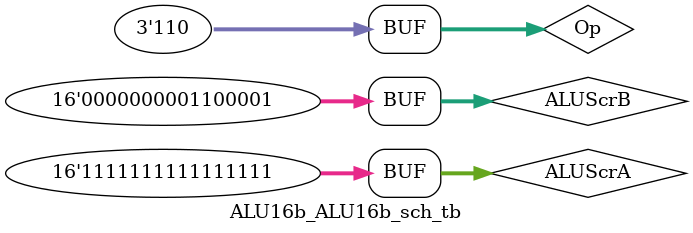
<source format=v>

`timescale 1ns / 1ps

module ALU16b_ALU16b_sch_tb();

// Inputs
   reg [15:0] ALUScrA;
   reg [15:0] ALUScrB;
   reg [2:0] Op;

// Output
   wire [15:0] O;

// Bidirs

// Instantiate the UUT
   ALU16b UUT (
		.ALUScrA(ALUScrA), 
		.ALUScrB(ALUScrB), 
		.Op(Op), 
		.O(O)
   );
// Initialize Inputs
   `ifdef auto_init
       initial begin
		ALUScrA = 0;
		ALUScrB = 0;
		Op = 0;
   `endif
	always
	begin
	
	
	
	//And Tests
	#100
	ALUScrB = 16'sh0000;
	ALUScrA = 16'shFFFF;
	Op = 000;
	#10
	if(O == 0)begin
		$display("anding 0000+FFFF works");
		end
	else begin
		$display("anding 0000+FFFF fails");
	end
	
	#100
	ALUScrB = 16'sh8888;
	ALUScrA = 16'shFFFF;
	Op = 000;
	#10
	if(O == 16'sh8888)
		$display("anding 8888+FFFF works");
	else
		$display("anding 8888+FFFF fails");
	
	
	//Or Tests
	#100
	ALUScrB = 16'sh0000;
	ALUScrA = 16'shFFFF;
	Op = 010;
	#10
	if(O == 16'shFFFF)
		$display("oring 0000+FFFF works");
	else
		$display("oring 0000+FFFF fails");
	
	
	#100
	ALUScrB = 16'sh1111;
	ALUScrA = 16'shEEEE;
	Op = 010;
	#10
	if(O == 16'shFFFF)
		$display("oring 1111+EEEE works");
	else
		$display("oring 1111+EEEE fails");
	
	
	//Add Tests
	#100
	ALUScrB = 16'sh0001;
	ALUScrA = 16'sh0001;
	Op = 100;
	#10
	if(O == 16'sh0002)
		$display("adding 0001+0001 works");
	else
		$display("adding 0001+0001 fails");
	
	
	#100
	ALUScrB = 16'sh0001;
	ALUScrA = 16'shFFFF;
	Op = 100;
	#10
	if(O == 16'sh0000)
		$display("adding 0001+FFFF works");
	else
		$display("adding 0001+FFFF fails");
	
	
	//Sub Tests
	#100
	ALUScrB = 16'sh0001;
	ALUScrA = 16'sh0001;
	Op = 101;
	#10
	if(O == 16'sh0000)
		$display("subing 0001-0001 works");
	else
		$display("subing 0001-0001 fails");
	
	
	#100
	ALUScrA	= 16'sh0001;
	ALUScrB = 16'sh0002;
	Op = 101;
	#10
	if(O == 16'shFFFF)
		$display("subing 0001-0002 works");
	else
		$display("subing 0001-0002 fails");
	
	
	//SLT Tests
	#100
	ALUScrB= 16'sh0000;
	ALUScrA = 16'sh0001;
	Op = 111;
	#10
	if(O == 16'sh0001)
		$display("slt 0001>0000 works");
	else
		$display("slt 0001>0000 fails");
	
	
	#100
	ALUScrB = 16'shFFFF;
	ALUScrA = 16'sh0000;
	Op = 111;
	#10
	if(O == 16'sh0000)
		$display("slt 0000>FFFF works");
	else
		$display("slt 0000>FFFF fails");
		
	#100
	ALUScrB = 16'shFFFF;
	ALUScrA = 16'sh8000;
	Op = 111;
	#10
	if(O == 16'sh0001)
		$display("slt 8000<FFFF works");
	else
		$display("slt 8000<FFFF fails");
		
	//shift ll tests	
	#100
	ALUScrB = 16'sb0001;
	ALUScrA = 16'sh0000;
	Op = 110;
	#10
	if(O == 16'sh0000)
		$display("sll 0<<1 works");
	else
		$display("sll 0<<1 fails");
		
	#100
	ALUScrB = 16'sb0001;
	ALUScrA = 16'sh0001;
	Op = 110;
	#10
	if(O == 16'sb0010)
		$display("sll 1<<1 works");
	else
		$display("sll 1<<1 fails");
	//shift rl tests
	#100
	ALUScrB = 16'sb1000001;
	ALUScrA = 16'sb0010;
	Op = 110;
	#10
	if(O == 16'sb0001)
		$display("srl 0>1 works");
	else
		$display("sll 0>1 fails");
		
	#100
	ALUScrB = 16'sb1000001;
	ALUScrA = 16'shFFFF;
	Op = 110;
	#10
	if(O == 16'sh7FFF)
		$display("srl FFFF>1 works");
	else
		$display("sll FFFF>1 fails");
		
	//shift ra tests
	#100
	ALUScrB = 16'sb1100001;
	ALUScrA = 16'sb0010;
	Op = 110;
	#10
	if(O == 16'sb0001)
		$display("sra 0>>1 works");
	else
		$display("sla 0>>1 fails");
		
	#100
	ALUScrB = 16'sb1100001;
	ALUScrA = 16'shFFFF;
	Op = 110;
	#10
	if(O == 16'shFFFF)
		$display("sra FFFF>>1 works");
	else
		$display("sra FFFF>>1 fails");
	
	end
endmodule

</source>
